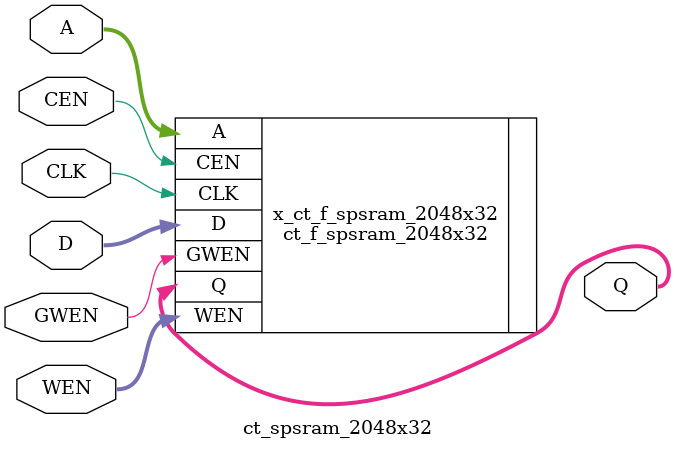
<source format=v>
/*Copyright 2019-2021 T-Head Semiconductor Co., Ltd.

Licensed under the Apache License, Version 2.0 (the "License");
you may not use this file except in compliance with the License.
You may obtain a copy of the License at

    http://www.apache.org/licenses/LICENSE-2.0

Unless required by applicable law or agreed to in writing, software
distributed under the License is distributed on an "AS IS" BASIS,
WITHOUT WARRANTIES OR CONDITIONS OF ANY KIND, either express or implied.
See the License for the specific language governing permissions and
limitations under the License.
*/

// &ModuleBeg; @22
module ct_spsram_2048x32(
  A,
  CEN,
  CLK,
  D,
  GWEN,
  Q,
  WEN
);

// &Ports; @23
input   [10:0]  A;
input           CEN;
input           CLK;
input   [31:0]  D;
input           GWEN;
input   [31:0]  WEN;
output  [31:0]  Q;

// &Regs; @24

// &Wires; @25
wire    [10:0]  A;
wire            CEN;
wire            CLK;
wire    [31:0]  D;
wire            GWEN;
wire    [31:0]  Q;
wire    [31:0]  WEN;


//**********************************************************
//                  Parameter Definition
//**********************************************************
parameter ADDR_WIDTH = 11;
parameter DATA_WIDTH = 32;
parameter WE_WIDTH   = 32;

// &Force("bus","Q",DATA_WIDTH-1,0); @34
// &Force("bus","WEN",WE_WIDTH-1,0); @35
// &Force("bus","A",ADDR_WIDTH-1,0); @36
// &Force("bus","D",DATA_WIDTH-1,0); @37

  //********************************************************
  //*                        FPGA memory                   *
  //********************************************************
  //{WEN[31:24],WEN[23:16],WEN[15:8],WEN[7:0]}
//   &Instance("ct_f_spsram_2048x32"); @44
ct_f_spsram_2048x32  x_ct_f_spsram_2048x32 (
  .A    (A   ),
  .CEN  (CEN ),
  .CLK  (CLK ),
  .D    (D   ),
  .GWEN (GWEN),
  .Q    (Q   ),
  .WEN  (WEN )
);

//   &Instance("ct_tsmc_spsram_2048x32"); @50

// &ModuleEnd; @66
endmodule



</source>
